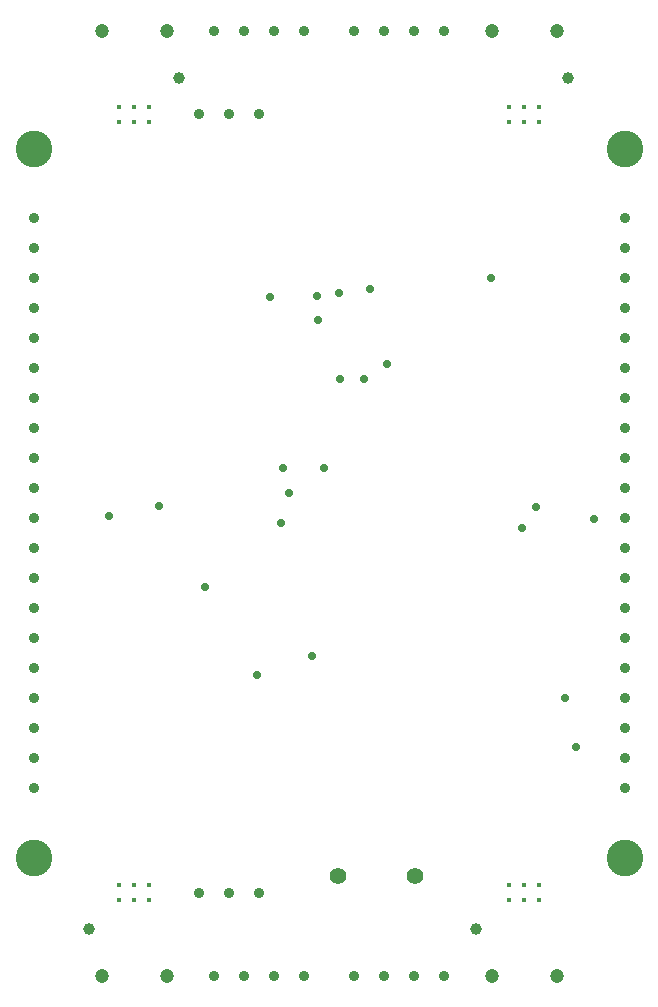
<source format=gbr>
%FSDAX33Y33*%
%MOMM*%
%SFA1B1*%

%IPPOS*%
%ADD9500C,0.399999*%
%ADD9501C,0.711200*%
%ADD9502C,0.900001*%
%ADD9503C,1.000001*%
%ADD9504C,1.200000*%
%ADD9505C,1.400000*%
%ADD9506C,3.099999*%
%LNdrill-1*%
%LPD*%
G54D9506*
X055749Y091199D03*
G54D9502*
X055749Y097069D03*
Y099609D03*
Y102149D03*
Y104689D03*
Y107229D03*
Y109769D03*
Y112309D03*
Y114849D03*
Y117389D03*
Y119929D03*
Y122469D03*
Y125009D03*
Y127549D03*
Y130089D03*
Y132629D03*
Y135169D03*
Y137709D03*
Y140249D03*
Y142789D03*
Y145329D03*
G54D9506*
X055749Y151199D03*
G54D9504*
X061499Y081199D03*
Y161199D03*
X066999Y081199D03*
Y161199D03*
G54D9502*
X069699Y088199D03*
Y154199D03*
X070999Y081199D03*
Y161199D03*
X072239Y088199D03*
Y154199D03*
X073539Y081199D03*
Y161199D03*
X074779Y088199D03*
Y154199D03*
X076079Y081199D03*
Y161199D03*
X078619Y081199D03*
Y161199D03*
G54D9505*
X081499Y089699D03*
G54D9502*
X082879Y081199D03*
Y161199D03*
X085419Y081199D03*
Y161199D03*
X087959Y081199D03*
Y161199D03*
G54D9505*
X087999Y089699D03*
G54D9502*
X090499Y081199D03*
Y161199D03*
G54D9504*
X094499Y081199D03*
Y161199D03*
X099999Y081199D03*
Y161199D03*
G54D9506*
X105749Y091199D03*
G54D9502*
X105749Y097069D03*
Y099609D03*
Y102149D03*
Y104689D03*
Y107229D03*
Y109769D03*
Y112309D03*
Y114849D03*
Y117389D03*
Y119929D03*
Y122469D03*
Y125009D03*
Y127549D03*
Y130089D03*
Y132629D03*
Y135169D03*
Y137709D03*
Y140249D03*
Y142789D03*
Y145329D03*
G54D9506*
X105749Y151199D03*
G54D9503*
X060399Y085199D03*
G54D9501*
X062099Y120099D03*
G54D9500*
X062934Y153499D03*
Y154799D03*
X062944Y087599D03*
Y088900D03*
X064214Y153499D03*
Y154799D03*
X064224Y087599D03*
Y088900D03*
X065494Y153499D03*
Y154799D03*
X065504Y087599D03*
Y088900D03*
G54D9501*
X066299Y120999D03*
G54D9503*
X067999Y157199D03*
G54D9501*
X070199Y114100D03*
X074599Y106699D03*
X075700Y138699D03*
X076632Y119566D03*
X076799Y124199D03*
X077299Y122099D03*
X079299Y108299D03*
X079699Y138799D03*
X079799Y136699D03*
X080299Y124199D03*
X081599Y139000D03*
X081632Y131699D03*
X083699D03*
X084199Y139400D03*
X085599Y132999D03*
G54D9503*
X093199Y085199D03*
G54D9501*
X094449Y140249D03*
G54D9500*
X095934Y153499D03*
Y154799D03*
X095974Y087599D03*
Y088900D03*
G54D9501*
X097099Y119099D03*
G54D9500*
X097214Y153499D03*
Y154799D03*
X097254Y087599D03*
Y088900D03*
G54D9501*
X098275Y120923D03*
G54D9500*
X098494Y153499D03*
Y154799D03*
X098534Y087599D03*
Y088900D03*
G54D9501*
X100699Y104689D03*
G54D9503*
X101000Y157199D03*
G54D9501*
X101600Y100599D03*
X103199Y119899D03*
M02*
</source>
